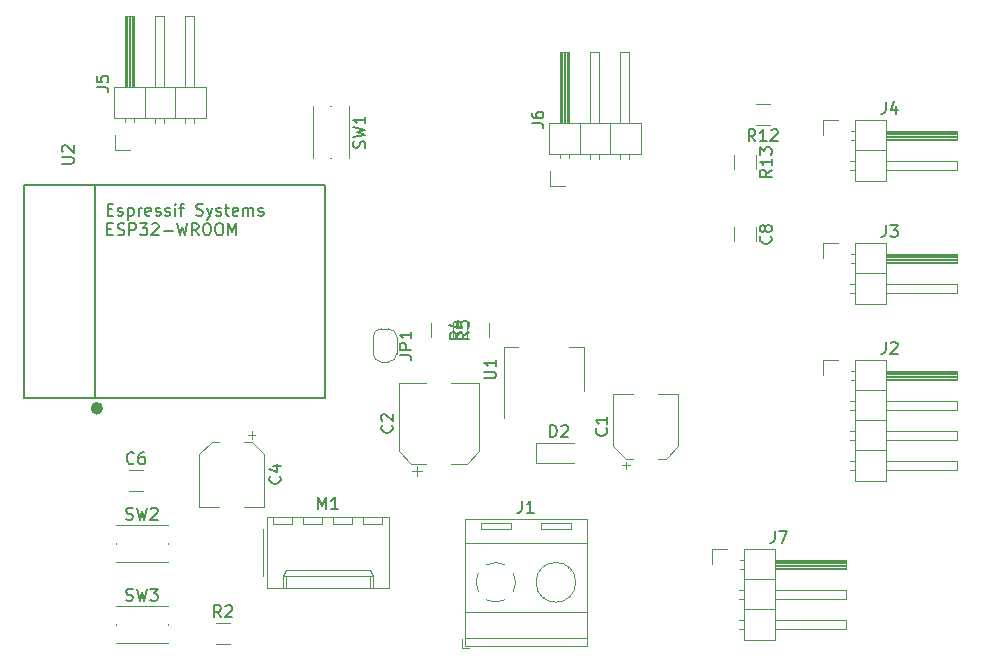
<source format=gto>
G04 #@! TF.GenerationSoftware,KiCad,Pcbnew,5.1.6-c6e7f7d~87~ubuntu20.04.1*
G04 #@! TF.CreationDate,2020-07-23T13:09:22+02:00*
G04 #@! TF.ProjectId,lotusble,6c6f7475-7362-46c6-952e-6b696361645f,rev?*
G04 #@! TF.SameCoordinates,Original*
G04 #@! TF.FileFunction,Legend,Top*
G04 #@! TF.FilePolarity,Positive*
%FSLAX46Y46*%
G04 Gerber Fmt 4.6, Leading zero omitted, Abs format (unit mm)*
G04 Created by KiCad (PCBNEW 5.1.6-c6e7f7d~87~ubuntu20.04.1) date 2020-07-23 13:09:22*
%MOMM*%
%LPD*%
G01*
G04 APERTURE LIST*
%ADD10C,0.120000*%
%ADD11C,0.150000*%
%ADD12C,0.500000*%
G04 APERTURE END LIST*
D10*
X69550000Y-124726000D02*
X70150000Y-124726000D01*
X69550000Y-123886000D02*
X69550000Y-124726000D01*
X78720000Y-114076000D02*
X78720000Y-114576000D01*
X76220000Y-114076000D02*
X76220000Y-114576000D01*
X76220000Y-114576000D02*
X78720000Y-114576000D01*
X76220000Y-114076000D02*
X78720000Y-114076000D01*
X76290000Y-120102000D02*
X76196000Y-120195000D01*
X78540000Y-117851000D02*
X78481000Y-117910000D01*
X76460000Y-120342000D02*
X76401000Y-120400000D01*
X78745000Y-118057000D02*
X78651000Y-118150000D01*
X73640000Y-114076000D02*
X73640000Y-114576000D01*
X71140000Y-114076000D02*
X71140000Y-114576000D01*
X71140000Y-114576000D02*
X73640000Y-114576000D01*
X71140000Y-114076000D02*
X73640000Y-114076000D01*
X80070000Y-113766000D02*
X80070000Y-124486000D01*
X69790000Y-113766000D02*
X69790000Y-124486000D01*
X69790000Y-124486000D02*
X80070000Y-124486000D01*
X69790000Y-113766000D02*
X80070000Y-113766000D01*
X69790000Y-115826000D02*
X80070000Y-115826000D01*
X69790000Y-121626000D02*
X80070000Y-121626000D01*
X69790000Y-123826000D02*
X80070000Y-123826000D01*
X79150000Y-119126000D02*
G75*
G03*
X79150000Y-119126000I-1680000J0D01*
G01*
X73178712Y-120609352D02*
G75*
G02*
X72390000Y-120806000I-788712J1483352D01*
G01*
X73873953Y-118336912D02*
G75*
G02*
X73874000Y-119915000I-1483953J-789088D01*
G01*
X71600912Y-117642047D02*
G75*
G02*
X73179000Y-117642000I789088J-1483953D01*
G01*
X70906047Y-119915088D02*
G75*
G02*
X70906000Y-118337000I1483953J789088D01*
G01*
X72419383Y-120806450D02*
G75*
G02*
X71601000Y-120610000I-29383J1680450D01*
G01*
D11*
X32462000Y-85488000D02*
X32462000Y-103488000D01*
X57962000Y-85488000D02*
X57962000Y-103488000D01*
X32462000Y-85488000D02*
X57962000Y-85488000D01*
X32462000Y-103488000D02*
X57962000Y-103488000D01*
X38462000Y-85488000D02*
X38462000Y-103488000D01*
D12*
X38891981Y-104394000D02*
G75*
G03*
X38891981Y-104394000I-283981J0D01*
G01*
D10*
X83092500Y-109230500D02*
X83717500Y-109230500D01*
X83405000Y-109543000D02*
X83405000Y-108918000D01*
X86785563Y-108678000D02*
X87850000Y-107613563D01*
X83394437Y-108678000D02*
X82330000Y-107613563D01*
X83394437Y-108678000D02*
X84030000Y-108678000D01*
X86785563Y-108678000D02*
X86150000Y-108678000D01*
X87850000Y-107613563D02*
X87850000Y-103158000D01*
X82330000Y-107613563D02*
X82330000Y-103158000D01*
X82330000Y-103158000D02*
X84030000Y-103158000D01*
X87850000Y-103158000D02*
X86150000Y-103158000D01*
X65322750Y-109707750D02*
X66110250Y-109707750D01*
X65716500Y-110101500D02*
X65716500Y-109314000D01*
X69909563Y-109074000D02*
X70974000Y-108009563D01*
X65218437Y-109074000D02*
X64154000Y-108009563D01*
X65218437Y-109074000D02*
X66504000Y-109074000D01*
X69909563Y-109074000D02*
X68624000Y-109074000D01*
X70974000Y-108009563D02*
X70974000Y-102254000D01*
X64154000Y-108009563D02*
X64154000Y-102254000D01*
X64154000Y-102254000D02*
X66504000Y-102254000D01*
X70974000Y-102254000D02*
X68624000Y-102254000D01*
X47278000Y-112742000D02*
X48978000Y-112742000D01*
X52798000Y-112742000D02*
X51098000Y-112742000D01*
X52798000Y-108286437D02*
X52798000Y-112742000D01*
X47278000Y-108286437D02*
X47278000Y-112742000D01*
X48342437Y-107222000D02*
X48978000Y-107222000D01*
X51733563Y-107222000D02*
X51098000Y-107222000D01*
X51733563Y-107222000D02*
X52798000Y-108286437D01*
X48342437Y-107222000D02*
X47278000Y-108286437D01*
X51723000Y-106357000D02*
X51723000Y-106982000D01*
X52035500Y-106669500D02*
X51410500Y-106669500D01*
X41307936Y-111400000D02*
X42512064Y-111400000D01*
X41307936Y-109580000D02*
X42512064Y-109580000D01*
X75824000Y-107354000D02*
X78974000Y-107354000D01*
X75824000Y-109054000D02*
X78974000Y-109054000D01*
X75824000Y-107354000D02*
X75824000Y-109054000D01*
X48673936Y-124354000D02*
X49878064Y-124354000D01*
X48673936Y-122534000D02*
X49878064Y-122534000D01*
X69956000Y-98392064D02*
X69956000Y-97187936D01*
X71776000Y-98392064D02*
X71776000Y-97187936D01*
X66908000Y-97187936D02*
X66908000Y-98392064D01*
X68728000Y-97187936D02*
X68728000Y-98392064D01*
X58370000Y-83226000D02*
X58470000Y-83226000D01*
X56870000Y-78826000D02*
X56870000Y-83226000D01*
X59970000Y-83226000D02*
X59970000Y-78826000D01*
X58370000Y-78826000D02*
X58470000Y-78826000D01*
X40218000Y-115874000D02*
X40218000Y-115774000D01*
X44618000Y-114274000D02*
X40218000Y-114274000D01*
X40218000Y-117374000D02*
X44618000Y-117374000D01*
X44618000Y-115874000D02*
X44618000Y-115774000D01*
X40218000Y-122732000D02*
X40218000Y-122632000D01*
X44618000Y-121132000D02*
X40218000Y-121132000D01*
X40218000Y-124232000D02*
X44618000Y-124232000D01*
X44618000Y-122732000D02*
X44618000Y-122632000D01*
X73044000Y-105192000D02*
X73044000Y-99182000D01*
X79864000Y-102942000D02*
X79864000Y-99182000D01*
X73044000Y-99182000D02*
X74304000Y-99182000D01*
X79864000Y-99182000D02*
X78604000Y-99182000D01*
X94382000Y-89059936D02*
X94382000Y-90264064D01*
X92562000Y-89059936D02*
X92562000Y-90264064D01*
X95598064Y-80412000D02*
X94393936Y-80412000D01*
X95598064Y-78592000D02*
X94393936Y-78592000D01*
X92562000Y-82963936D02*
X92562000Y-84168064D01*
X94382000Y-82963936D02*
X94382000Y-84168064D01*
X62776000Y-114156000D02*
X62776000Y-113556000D01*
X61176000Y-114156000D02*
X62776000Y-114156000D01*
X61176000Y-113556000D02*
X61176000Y-114156000D01*
X60236000Y-114156000D02*
X60236000Y-113556000D01*
X58636000Y-114156000D02*
X60236000Y-114156000D01*
X58636000Y-113556000D02*
X58636000Y-114156000D01*
X57696000Y-114156000D02*
X57696000Y-113556000D01*
X56096000Y-114156000D02*
X57696000Y-114156000D01*
X56096000Y-113556000D02*
X56096000Y-114156000D01*
X55156000Y-114156000D02*
X55156000Y-113556000D01*
X53556000Y-114156000D02*
X55156000Y-114156000D01*
X53556000Y-113556000D02*
X53556000Y-114156000D01*
X61726000Y-119576000D02*
X61726000Y-118576000D01*
X54606000Y-119576000D02*
X54606000Y-118576000D01*
X61726000Y-118046000D02*
X61976000Y-118576000D01*
X54606000Y-118046000D02*
X61726000Y-118046000D01*
X54356000Y-118576000D02*
X54606000Y-118046000D01*
X61976000Y-118576000D02*
X61976000Y-119576000D01*
X54356000Y-118576000D02*
X61976000Y-118576000D01*
X54356000Y-119576000D02*
X54356000Y-118576000D01*
X52686000Y-114586000D02*
X52686000Y-118586000D01*
X63356000Y-113556000D02*
X52976000Y-113556000D01*
X63356000Y-119576000D02*
X63356000Y-113556000D01*
X52976000Y-119576000D02*
X63356000Y-119576000D01*
X52976000Y-113556000D02*
X52976000Y-119576000D01*
X100076000Y-100330000D02*
X101346000Y-100330000D01*
X100076000Y-101600000D02*
X100076000Y-100330000D01*
X102388929Y-109600000D02*
X102786000Y-109600000D01*
X102388929Y-108840000D02*
X102786000Y-108840000D01*
X111446000Y-109600000D02*
X105446000Y-109600000D01*
X111446000Y-108840000D02*
X111446000Y-109600000D01*
X105446000Y-108840000D02*
X111446000Y-108840000D01*
X102786000Y-107950000D02*
X105446000Y-107950000D01*
X102388929Y-107060000D02*
X102786000Y-107060000D01*
X102388929Y-106300000D02*
X102786000Y-106300000D01*
X111446000Y-107060000D02*
X105446000Y-107060000D01*
X111446000Y-106300000D02*
X111446000Y-107060000D01*
X105446000Y-106300000D02*
X111446000Y-106300000D01*
X102786000Y-105410000D02*
X105446000Y-105410000D01*
X102388929Y-104520000D02*
X102786000Y-104520000D01*
X102388929Y-103760000D02*
X102786000Y-103760000D01*
X111446000Y-104520000D02*
X105446000Y-104520000D01*
X111446000Y-103760000D02*
X111446000Y-104520000D01*
X105446000Y-103760000D02*
X111446000Y-103760000D01*
X102786000Y-102870000D02*
X105446000Y-102870000D01*
X102456000Y-101980000D02*
X102786000Y-101980000D01*
X102456000Y-101220000D02*
X102786000Y-101220000D01*
X105446000Y-101880000D02*
X111446000Y-101880000D01*
X105446000Y-101760000D02*
X111446000Y-101760000D01*
X105446000Y-101640000D02*
X111446000Y-101640000D01*
X105446000Y-101520000D02*
X111446000Y-101520000D01*
X105446000Y-101400000D02*
X111446000Y-101400000D01*
X105446000Y-101280000D02*
X111446000Y-101280000D01*
X111446000Y-101980000D02*
X105446000Y-101980000D01*
X111446000Y-101220000D02*
X111446000Y-101980000D01*
X105446000Y-101220000D02*
X111446000Y-101220000D01*
X105446000Y-100270000D02*
X102786000Y-100270000D01*
X105446000Y-110550000D02*
X105446000Y-100270000D01*
X102786000Y-110550000D02*
X105446000Y-110550000D01*
X102786000Y-100270000D02*
X102786000Y-110550000D01*
X100076000Y-90424000D02*
X101346000Y-90424000D01*
X100076000Y-91694000D02*
X100076000Y-90424000D01*
X102388929Y-94614000D02*
X102786000Y-94614000D01*
X102388929Y-93854000D02*
X102786000Y-93854000D01*
X111446000Y-94614000D02*
X105446000Y-94614000D01*
X111446000Y-93854000D02*
X111446000Y-94614000D01*
X105446000Y-93854000D02*
X111446000Y-93854000D01*
X102786000Y-92964000D02*
X105446000Y-92964000D01*
X102456000Y-92074000D02*
X102786000Y-92074000D01*
X102456000Y-91314000D02*
X102786000Y-91314000D01*
X105446000Y-91974000D02*
X111446000Y-91974000D01*
X105446000Y-91854000D02*
X111446000Y-91854000D01*
X105446000Y-91734000D02*
X111446000Y-91734000D01*
X105446000Y-91614000D02*
X111446000Y-91614000D01*
X105446000Y-91494000D02*
X111446000Y-91494000D01*
X105446000Y-91374000D02*
X111446000Y-91374000D01*
X111446000Y-92074000D02*
X105446000Y-92074000D01*
X111446000Y-91314000D02*
X111446000Y-92074000D01*
X105446000Y-91314000D02*
X111446000Y-91314000D01*
X105446000Y-90364000D02*
X102786000Y-90364000D01*
X105446000Y-95564000D02*
X105446000Y-90364000D01*
X102786000Y-95564000D02*
X105446000Y-95564000D01*
X102786000Y-90364000D02*
X102786000Y-95564000D01*
X102786000Y-79950000D02*
X102786000Y-85150000D01*
X102786000Y-85150000D02*
X105446000Y-85150000D01*
X105446000Y-85150000D02*
X105446000Y-79950000D01*
X105446000Y-79950000D02*
X102786000Y-79950000D01*
X105446000Y-80900000D02*
X111446000Y-80900000D01*
X111446000Y-80900000D02*
X111446000Y-81660000D01*
X111446000Y-81660000D02*
X105446000Y-81660000D01*
X105446000Y-80960000D02*
X111446000Y-80960000D01*
X105446000Y-81080000D02*
X111446000Y-81080000D01*
X105446000Y-81200000D02*
X111446000Y-81200000D01*
X105446000Y-81320000D02*
X111446000Y-81320000D01*
X105446000Y-81440000D02*
X111446000Y-81440000D01*
X105446000Y-81560000D02*
X111446000Y-81560000D01*
X102456000Y-80900000D02*
X102786000Y-80900000D01*
X102456000Y-81660000D02*
X102786000Y-81660000D01*
X102786000Y-82550000D02*
X105446000Y-82550000D01*
X105446000Y-83440000D02*
X111446000Y-83440000D01*
X111446000Y-83440000D02*
X111446000Y-84200000D01*
X111446000Y-84200000D02*
X105446000Y-84200000D01*
X102388929Y-83440000D02*
X102786000Y-83440000D01*
X102388929Y-84200000D02*
X102786000Y-84200000D01*
X100076000Y-81280000D02*
X100076000Y-80010000D01*
X100076000Y-80010000D02*
X101346000Y-80010000D01*
X40072000Y-79840000D02*
X47812000Y-79840000D01*
X47812000Y-79840000D02*
X47812000Y-77180000D01*
X47812000Y-77180000D02*
X40072000Y-77180000D01*
X40072000Y-77180000D02*
X40072000Y-79840000D01*
X41022000Y-77180000D02*
X41022000Y-71180000D01*
X41022000Y-71180000D02*
X41782000Y-71180000D01*
X41782000Y-71180000D02*
X41782000Y-77180000D01*
X41082000Y-77180000D02*
X41082000Y-71180000D01*
X41202000Y-77180000D02*
X41202000Y-71180000D01*
X41322000Y-77180000D02*
X41322000Y-71180000D01*
X41442000Y-77180000D02*
X41442000Y-71180000D01*
X41562000Y-77180000D02*
X41562000Y-71180000D01*
X41682000Y-77180000D02*
X41682000Y-71180000D01*
X41022000Y-80170000D02*
X41022000Y-79840000D01*
X41782000Y-80170000D02*
X41782000Y-79840000D01*
X42672000Y-79840000D02*
X42672000Y-77180000D01*
X43562000Y-77180000D02*
X43562000Y-71180000D01*
X43562000Y-71180000D02*
X44322000Y-71180000D01*
X44322000Y-71180000D02*
X44322000Y-77180000D01*
X43562000Y-80237071D02*
X43562000Y-79840000D01*
X44322000Y-80237071D02*
X44322000Y-79840000D01*
X45212000Y-79840000D02*
X45212000Y-77180000D01*
X46102000Y-77180000D02*
X46102000Y-71180000D01*
X46102000Y-71180000D02*
X46862000Y-71180000D01*
X46862000Y-71180000D02*
X46862000Y-77180000D01*
X46102000Y-80237071D02*
X46102000Y-79840000D01*
X46862000Y-80237071D02*
X46862000Y-79840000D01*
X41402000Y-82550000D02*
X40132000Y-82550000D01*
X40132000Y-82550000D02*
X40132000Y-81280000D01*
X76902000Y-82888000D02*
X84642000Y-82888000D01*
X84642000Y-82888000D02*
X84642000Y-80228000D01*
X84642000Y-80228000D02*
X76902000Y-80228000D01*
X76902000Y-80228000D02*
X76902000Y-82888000D01*
X77852000Y-80228000D02*
X77852000Y-74228000D01*
X77852000Y-74228000D02*
X78612000Y-74228000D01*
X78612000Y-74228000D02*
X78612000Y-80228000D01*
X77912000Y-80228000D02*
X77912000Y-74228000D01*
X78032000Y-80228000D02*
X78032000Y-74228000D01*
X78152000Y-80228000D02*
X78152000Y-74228000D01*
X78272000Y-80228000D02*
X78272000Y-74228000D01*
X78392000Y-80228000D02*
X78392000Y-74228000D01*
X78512000Y-80228000D02*
X78512000Y-74228000D01*
X77852000Y-83218000D02*
X77852000Y-82888000D01*
X78612000Y-83218000D02*
X78612000Y-82888000D01*
X79502000Y-82888000D02*
X79502000Y-80228000D01*
X80392000Y-80228000D02*
X80392000Y-74228000D01*
X80392000Y-74228000D02*
X81152000Y-74228000D01*
X81152000Y-74228000D02*
X81152000Y-80228000D01*
X80392000Y-83285071D02*
X80392000Y-82888000D01*
X81152000Y-83285071D02*
X81152000Y-82888000D01*
X82042000Y-82888000D02*
X82042000Y-80228000D01*
X82932000Y-80228000D02*
X82932000Y-74228000D01*
X82932000Y-74228000D02*
X83692000Y-74228000D01*
X83692000Y-74228000D02*
X83692000Y-80228000D01*
X82932000Y-83285071D02*
X82932000Y-82888000D01*
X83692000Y-83285071D02*
X83692000Y-82888000D01*
X78232000Y-85598000D02*
X76962000Y-85598000D01*
X76962000Y-85598000D02*
X76962000Y-84328000D01*
X90678000Y-116332000D02*
X91948000Y-116332000D01*
X90678000Y-117602000D02*
X90678000Y-116332000D01*
X92990929Y-123062000D02*
X93388000Y-123062000D01*
X92990929Y-122302000D02*
X93388000Y-122302000D01*
X102048000Y-123062000D02*
X96048000Y-123062000D01*
X102048000Y-122302000D02*
X102048000Y-123062000D01*
X96048000Y-122302000D02*
X102048000Y-122302000D01*
X93388000Y-121412000D02*
X96048000Y-121412000D01*
X92990929Y-120522000D02*
X93388000Y-120522000D01*
X92990929Y-119762000D02*
X93388000Y-119762000D01*
X102048000Y-120522000D02*
X96048000Y-120522000D01*
X102048000Y-119762000D02*
X102048000Y-120522000D01*
X96048000Y-119762000D02*
X102048000Y-119762000D01*
X93388000Y-118872000D02*
X96048000Y-118872000D01*
X93058000Y-117982000D02*
X93388000Y-117982000D01*
X93058000Y-117222000D02*
X93388000Y-117222000D01*
X96048000Y-117882000D02*
X102048000Y-117882000D01*
X96048000Y-117762000D02*
X102048000Y-117762000D01*
X96048000Y-117642000D02*
X102048000Y-117642000D01*
X96048000Y-117522000D02*
X102048000Y-117522000D01*
X96048000Y-117402000D02*
X102048000Y-117402000D01*
X96048000Y-117282000D02*
X102048000Y-117282000D01*
X102048000Y-117982000D02*
X96048000Y-117982000D01*
X102048000Y-117222000D02*
X102048000Y-117982000D01*
X96048000Y-117222000D02*
X102048000Y-117222000D01*
X96048000Y-116272000D02*
X93388000Y-116272000D01*
X96048000Y-124012000D02*
X96048000Y-116272000D01*
X93388000Y-124012000D02*
X96048000Y-124012000D01*
X93388000Y-116272000D02*
X93388000Y-124012000D01*
X63992000Y-98360000D02*
X63992000Y-99760000D01*
X63292000Y-100460000D02*
X62692000Y-100460000D01*
X61992000Y-99760000D02*
X61992000Y-98360000D01*
X62692000Y-97660000D02*
X63292000Y-97660000D01*
X63992000Y-99760000D02*
G75*
G02*
X63292000Y-100460000I-700000J0D01*
G01*
X62692000Y-100460000D02*
G75*
G02*
X61992000Y-99760000I0J700000D01*
G01*
X61992000Y-98360000D02*
G75*
G02*
X62692000Y-97660000I700000J0D01*
G01*
X63292000Y-97660000D02*
G75*
G02*
X63992000Y-98360000I0J-700000D01*
G01*
D11*
X74596666Y-112218380D02*
X74596666Y-112932666D01*
X74549047Y-113075523D01*
X74453809Y-113170761D01*
X74310952Y-113218380D01*
X74215714Y-113218380D01*
X75596666Y-113218380D02*
X75025238Y-113218380D01*
X75310952Y-113218380D02*
X75310952Y-112218380D01*
X75215714Y-112361238D01*
X75120476Y-112456476D01*
X75025238Y-112504095D01*
X35647380Y-83692904D02*
X36456904Y-83692904D01*
X36552142Y-83645285D01*
X36599761Y-83597666D01*
X36647380Y-83502428D01*
X36647380Y-83311952D01*
X36599761Y-83216714D01*
X36552142Y-83169095D01*
X36456904Y-83121476D01*
X35647380Y-83121476D01*
X35742619Y-82692904D02*
X35695000Y-82645285D01*
X35647380Y-82550047D01*
X35647380Y-82311952D01*
X35695000Y-82216714D01*
X35742619Y-82169095D01*
X35837857Y-82121476D01*
X35933095Y-82121476D01*
X36075952Y-82169095D01*
X36647380Y-82740523D01*
X36647380Y-82121476D01*
X39529571Y-87558571D02*
X39862904Y-87558571D01*
X40005761Y-88082380D02*
X39529571Y-88082380D01*
X39529571Y-87082380D01*
X40005761Y-87082380D01*
X40386714Y-88034761D02*
X40481952Y-88082380D01*
X40672428Y-88082380D01*
X40767666Y-88034761D01*
X40815285Y-87939523D01*
X40815285Y-87891904D01*
X40767666Y-87796666D01*
X40672428Y-87749047D01*
X40529571Y-87749047D01*
X40434333Y-87701428D01*
X40386714Y-87606190D01*
X40386714Y-87558571D01*
X40434333Y-87463333D01*
X40529571Y-87415714D01*
X40672428Y-87415714D01*
X40767666Y-87463333D01*
X41243857Y-87415714D02*
X41243857Y-88415714D01*
X41243857Y-87463333D02*
X41339095Y-87415714D01*
X41529571Y-87415714D01*
X41624809Y-87463333D01*
X41672428Y-87510952D01*
X41720047Y-87606190D01*
X41720047Y-87891904D01*
X41672428Y-87987142D01*
X41624809Y-88034761D01*
X41529571Y-88082380D01*
X41339095Y-88082380D01*
X41243857Y-88034761D01*
X42148619Y-88082380D02*
X42148619Y-87415714D01*
X42148619Y-87606190D02*
X42196238Y-87510952D01*
X42243857Y-87463333D01*
X42339095Y-87415714D01*
X42434333Y-87415714D01*
X43148619Y-88034761D02*
X43053380Y-88082380D01*
X42862904Y-88082380D01*
X42767666Y-88034761D01*
X42720047Y-87939523D01*
X42720047Y-87558571D01*
X42767666Y-87463333D01*
X42862904Y-87415714D01*
X43053380Y-87415714D01*
X43148619Y-87463333D01*
X43196238Y-87558571D01*
X43196238Y-87653809D01*
X42720047Y-87749047D01*
X43577190Y-88034761D02*
X43672428Y-88082380D01*
X43862904Y-88082380D01*
X43958142Y-88034761D01*
X44005761Y-87939523D01*
X44005761Y-87891904D01*
X43958142Y-87796666D01*
X43862904Y-87749047D01*
X43720047Y-87749047D01*
X43624809Y-87701428D01*
X43577190Y-87606190D01*
X43577190Y-87558571D01*
X43624809Y-87463333D01*
X43720047Y-87415714D01*
X43862904Y-87415714D01*
X43958142Y-87463333D01*
X44386714Y-88034761D02*
X44481952Y-88082380D01*
X44672428Y-88082380D01*
X44767666Y-88034761D01*
X44815285Y-87939523D01*
X44815285Y-87891904D01*
X44767666Y-87796666D01*
X44672428Y-87749047D01*
X44529571Y-87749047D01*
X44434333Y-87701428D01*
X44386714Y-87606190D01*
X44386714Y-87558571D01*
X44434333Y-87463333D01*
X44529571Y-87415714D01*
X44672428Y-87415714D01*
X44767666Y-87463333D01*
X45243857Y-88082380D02*
X45243857Y-87415714D01*
X45243857Y-87082380D02*
X45196238Y-87130000D01*
X45243857Y-87177619D01*
X45291476Y-87130000D01*
X45243857Y-87082380D01*
X45243857Y-87177619D01*
X45577190Y-87415714D02*
X45958142Y-87415714D01*
X45720047Y-88082380D02*
X45720047Y-87225238D01*
X45767666Y-87130000D01*
X45862904Y-87082380D01*
X45958142Y-87082380D01*
X47005761Y-88034761D02*
X47148619Y-88082380D01*
X47386714Y-88082380D01*
X47481952Y-88034761D01*
X47529571Y-87987142D01*
X47577190Y-87891904D01*
X47577190Y-87796666D01*
X47529571Y-87701428D01*
X47481952Y-87653809D01*
X47386714Y-87606190D01*
X47196238Y-87558571D01*
X47100999Y-87510952D01*
X47053380Y-87463333D01*
X47005761Y-87368095D01*
X47005761Y-87272857D01*
X47053380Y-87177619D01*
X47100999Y-87130000D01*
X47196238Y-87082380D01*
X47434333Y-87082380D01*
X47577190Y-87130000D01*
X47910523Y-87415714D02*
X48148619Y-88082380D01*
X48386714Y-87415714D02*
X48148619Y-88082380D01*
X48053380Y-88320476D01*
X48005761Y-88368095D01*
X47910523Y-88415714D01*
X48720047Y-88034761D02*
X48815285Y-88082380D01*
X49005761Y-88082380D01*
X49100999Y-88034761D01*
X49148619Y-87939523D01*
X49148619Y-87891904D01*
X49100999Y-87796666D01*
X49005761Y-87749047D01*
X48862904Y-87749047D01*
X48767666Y-87701428D01*
X48720047Y-87606190D01*
X48720047Y-87558571D01*
X48767666Y-87463333D01*
X48862904Y-87415714D01*
X49005761Y-87415714D01*
X49100999Y-87463333D01*
X49434333Y-87415714D02*
X49815285Y-87415714D01*
X49577190Y-87082380D02*
X49577190Y-87939523D01*
X49624809Y-88034761D01*
X49720047Y-88082380D01*
X49815285Y-88082380D01*
X50529571Y-88034761D02*
X50434333Y-88082380D01*
X50243857Y-88082380D01*
X50148619Y-88034761D01*
X50100999Y-87939523D01*
X50100999Y-87558571D01*
X50148619Y-87463333D01*
X50243857Y-87415714D01*
X50434333Y-87415714D01*
X50529571Y-87463333D01*
X50577190Y-87558571D01*
X50577190Y-87653809D01*
X50100999Y-87749047D01*
X51005761Y-88082380D02*
X51005761Y-87415714D01*
X51005761Y-87510952D02*
X51053380Y-87463333D01*
X51148619Y-87415714D01*
X51291476Y-87415714D01*
X51386714Y-87463333D01*
X51434333Y-87558571D01*
X51434333Y-88082380D01*
X51434333Y-87558571D02*
X51481952Y-87463333D01*
X51577190Y-87415714D01*
X51720047Y-87415714D01*
X51815285Y-87463333D01*
X51862904Y-87558571D01*
X51862904Y-88082380D01*
X52291476Y-88034761D02*
X52386714Y-88082380D01*
X52577190Y-88082380D01*
X52672428Y-88034761D01*
X52720047Y-87939523D01*
X52720047Y-87891904D01*
X52672428Y-87796666D01*
X52577190Y-87749047D01*
X52434333Y-87749047D01*
X52339095Y-87701428D01*
X52291476Y-87606190D01*
X52291476Y-87558571D01*
X52339095Y-87463333D01*
X52434333Y-87415714D01*
X52577190Y-87415714D01*
X52672428Y-87463333D01*
X39505619Y-89209571D02*
X39838952Y-89209571D01*
X39981809Y-89733380D02*
X39505619Y-89733380D01*
X39505619Y-88733380D01*
X39981809Y-88733380D01*
X40362761Y-89685761D02*
X40505619Y-89733380D01*
X40743714Y-89733380D01*
X40838952Y-89685761D01*
X40886571Y-89638142D01*
X40934190Y-89542904D01*
X40934190Y-89447666D01*
X40886571Y-89352428D01*
X40838952Y-89304809D01*
X40743714Y-89257190D01*
X40553238Y-89209571D01*
X40458000Y-89161952D01*
X40410380Y-89114333D01*
X40362761Y-89019095D01*
X40362761Y-88923857D01*
X40410380Y-88828619D01*
X40458000Y-88781000D01*
X40553238Y-88733380D01*
X40791333Y-88733380D01*
X40934190Y-88781000D01*
X41362761Y-89733380D02*
X41362761Y-88733380D01*
X41743714Y-88733380D01*
X41838952Y-88781000D01*
X41886571Y-88828619D01*
X41934190Y-88923857D01*
X41934190Y-89066714D01*
X41886571Y-89161952D01*
X41838952Y-89209571D01*
X41743714Y-89257190D01*
X41362761Y-89257190D01*
X42267523Y-88733380D02*
X42886571Y-88733380D01*
X42553238Y-89114333D01*
X42696095Y-89114333D01*
X42791333Y-89161952D01*
X42838952Y-89209571D01*
X42886571Y-89304809D01*
X42886571Y-89542904D01*
X42838952Y-89638142D01*
X42791333Y-89685761D01*
X42696095Y-89733380D01*
X42410380Y-89733380D01*
X42315142Y-89685761D01*
X42267523Y-89638142D01*
X43267523Y-88828619D02*
X43315142Y-88781000D01*
X43410380Y-88733380D01*
X43648476Y-88733380D01*
X43743714Y-88781000D01*
X43791333Y-88828619D01*
X43838952Y-88923857D01*
X43838952Y-89019095D01*
X43791333Y-89161952D01*
X43219904Y-89733380D01*
X43838952Y-89733380D01*
X44267523Y-89352428D02*
X45029428Y-89352428D01*
X45410380Y-88733380D02*
X45648476Y-89733380D01*
X45838952Y-89019095D01*
X46029428Y-89733380D01*
X46267523Y-88733380D01*
X47219904Y-89733380D02*
X46886571Y-89257190D01*
X46648476Y-89733380D02*
X46648476Y-88733380D01*
X47029428Y-88733380D01*
X47124666Y-88781000D01*
X47172285Y-88828619D01*
X47219904Y-88923857D01*
X47219904Y-89066714D01*
X47172285Y-89161952D01*
X47124666Y-89209571D01*
X47029428Y-89257190D01*
X46648476Y-89257190D01*
X47838952Y-88733380D02*
X48029428Y-88733380D01*
X48124666Y-88781000D01*
X48219904Y-88876238D01*
X48267523Y-89066714D01*
X48267523Y-89400047D01*
X48219904Y-89590523D01*
X48124666Y-89685761D01*
X48029428Y-89733380D01*
X47838952Y-89733380D01*
X47743714Y-89685761D01*
X47648476Y-89590523D01*
X47600857Y-89400047D01*
X47600857Y-89066714D01*
X47648476Y-88876238D01*
X47743714Y-88781000D01*
X47838952Y-88733380D01*
X48886571Y-88733380D02*
X49077047Y-88733380D01*
X49172285Y-88781000D01*
X49267523Y-88876238D01*
X49315142Y-89066714D01*
X49315142Y-89400047D01*
X49267523Y-89590523D01*
X49172285Y-89685761D01*
X49077047Y-89733380D01*
X48886571Y-89733380D01*
X48791333Y-89685761D01*
X48696095Y-89590523D01*
X48648476Y-89400047D01*
X48648476Y-89066714D01*
X48696095Y-88876238D01*
X48791333Y-88781000D01*
X48886571Y-88733380D01*
X49743714Y-89733380D02*
X49743714Y-88733380D01*
X50077047Y-89447666D01*
X50410380Y-88733380D01*
X50410380Y-89733380D01*
X81747142Y-106084666D02*
X81794761Y-106132285D01*
X81842380Y-106275142D01*
X81842380Y-106370380D01*
X81794761Y-106513238D01*
X81699523Y-106608476D01*
X81604285Y-106656095D01*
X81413809Y-106703714D01*
X81270952Y-106703714D01*
X81080476Y-106656095D01*
X80985238Y-106608476D01*
X80890000Y-106513238D01*
X80842380Y-106370380D01*
X80842380Y-106275142D01*
X80890000Y-106132285D01*
X80937619Y-106084666D01*
X81842380Y-105132285D02*
X81842380Y-105703714D01*
X81842380Y-105418000D02*
X80842380Y-105418000D01*
X80985238Y-105513238D01*
X81080476Y-105608476D01*
X81128095Y-105703714D01*
X63571142Y-105830666D02*
X63618761Y-105878285D01*
X63666380Y-106021142D01*
X63666380Y-106116380D01*
X63618761Y-106259238D01*
X63523523Y-106354476D01*
X63428285Y-106402095D01*
X63237809Y-106449714D01*
X63094952Y-106449714D01*
X62904476Y-106402095D01*
X62809238Y-106354476D01*
X62714000Y-106259238D01*
X62666380Y-106116380D01*
X62666380Y-106021142D01*
X62714000Y-105878285D01*
X62761619Y-105830666D01*
X62761619Y-105449714D02*
X62714000Y-105402095D01*
X62666380Y-105306857D01*
X62666380Y-105068761D01*
X62714000Y-104973523D01*
X62761619Y-104925904D01*
X62856857Y-104878285D01*
X62952095Y-104878285D01*
X63094952Y-104925904D01*
X63666380Y-105497333D01*
X63666380Y-104878285D01*
X54095142Y-110148666D02*
X54142761Y-110196285D01*
X54190380Y-110339142D01*
X54190380Y-110434380D01*
X54142761Y-110577238D01*
X54047523Y-110672476D01*
X53952285Y-110720095D01*
X53761809Y-110767714D01*
X53618952Y-110767714D01*
X53428476Y-110720095D01*
X53333238Y-110672476D01*
X53238000Y-110577238D01*
X53190380Y-110434380D01*
X53190380Y-110339142D01*
X53238000Y-110196285D01*
X53285619Y-110148666D01*
X53523714Y-109291523D02*
X54190380Y-109291523D01*
X53142761Y-109529619D02*
X53857047Y-109767714D01*
X53857047Y-109148666D01*
X41743333Y-109027142D02*
X41695714Y-109074761D01*
X41552857Y-109122380D01*
X41457619Y-109122380D01*
X41314761Y-109074761D01*
X41219523Y-108979523D01*
X41171904Y-108884285D01*
X41124285Y-108693809D01*
X41124285Y-108550952D01*
X41171904Y-108360476D01*
X41219523Y-108265238D01*
X41314761Y-108170000D01*
X41457619Y-108122380D01*
X41552857Y-108122380D01*
X41695714Y-108170000D01*
X41743333Y-108217619D01*
X42600476Y-108122380D02*
X42410000Y-108122380D01*
X42314761Y-108170000D01*
X42267142Y-108217619D01*
X42171904Y-108360476D01*
X42124285Y-108550952D01*
X42124285Y-108931904D01*
X42171904Y-109027142D01*
X42219523Y-109074761D01*
X42314761Y-109122380D01*
X42505238Y-109122380D01*
X42600476Y-109074761D01*
X42648095Y-109027142D01*
X42695714Y-108931904D01*
X42695714Y-108693809D01*
X42648095Y-108598571D01*
X42600476Y-108550952D01*
X42505238Y-108503333D01*
X42314761Y-108503333D01*
X42219523Y-108550952D01*
X42171904Y-108598571D01*
X42124285Y-108693809D01*
X76985904Y-106806380D02*
X76985904Y-105806380D01*
X77224000Y-105806380D01*
X77366857Y-105854000D01*
X77462095Y-105949238D01*
X77509714Y-106044476D01*
X77557333Y-106234952D01*
X77557333Y-106377809D01*
X77509714Y-106568285D01*
X77462095Y-106663523D01*
X77366857Y-106758761D01*
X77224000Y-106806380D01*
X76985904Y-106806380D01*
X77938285Y-105901619D02*
X77985904Y-105854000D01*
X78081142Y-105806380D01*
X78319238Y-105806380D01*
X78414476Y-105854000D01*
X78462095Y-105901619D01*
X78509714Y-105996857D01*
X78509714Y-106092095D01*
X78462095Y-106234952D01*
X77890666Y-106806380D01*
X78509714Y-106806380D01*
X49109333Y-122076380D02*
X48776000Y-121600190D01*
X48537904Y-122076380D02*
X48537904Y-121076380D01*
X48918857Y-121076380D01*
X49014095Y-121124000D01*
X49061714Y-121171619D01*
X49109333Y-121266857D01*
X49109333Y-121409714D01*
X49061714Y-121504952D01*
X49014095Y-121552571D01*
X48918857Y-121600190D01*
X48537904Y-121600190D01*
X49490285Y-121171619D02*
X49537904Y-121124000D01*
X49633142Y-121076380D01*
X49871238Y-121076380D01*
X49966476Y-121124000D01*
X50014095Y-121171619D01*
X50061714Y-121266857D01*
X50061714Y-121362095D01*
X50014095Y-121504952D01*
X49442666Y-122076380D01*
X50061714Y-122076380D01*
X69498380Y-97956666D02*
X69022190Y-98290000D01*
X69498380Y-98528095D02*
X68498380Y-98528095D01*
X68498380Y-98147142D01*
X68546000Y-98051904D01*
X68593619Y-98004285D01*
X68688857Y-97956666D01*
X68831714Y-97956666D01*
X68926952Y-98004285D01*
X68974571Y-98051904D01*
X69022190Y-98147142D01*
X69022190Y-98528095D01*
X68831714Y-97099523D02*
X69498380Y-97099523D01*
X68450761Y-97337619D02*
X69165047Y-97575714D01*
X69165047Y-96956666D01*
X70090380Y-97956666D02*
X69614190Y-98290000D01*
X70090380Y-98528095D02*
X69090380Y-98528095D01*
X69090380Y-98147142D01*
X69138000Y-98051904D01*
X69185619Y-98004285D01*
X69280857Y-97956666D01*
X69423714Y-97956666D01*
X69518952Y-98004285D01*
X69566571Y-98051904D01*
X69614190Y-98147142D01*
X69614190Y-98528095D01*
X69090380Y-97051904D02*
X69090380Y-97528095D01*
X69566571Y-97575714D01*
X69518952Y-97528095D01*
X69471333Y-97432857D01*
X69471333Y-97194761D01*
X69518952Y-97099523D01*
X69566571Y-97051904D01*
X69661809Y-97004285D01*
X69899904Y-97004285D01*
X69995142Y-97051904D01*
X70042761Y-97099523D01*
X70090380Y-97194761D01*
X70090380Y-97432857D01*
X70042761Y-97528095D01*
X69995142Y-97575714D01*
X61274761Y-82359333D02*
X61322380Y-82216476D01*
X61322380Y-81978380D01*
X61274761Y-81883142D01*
X61227142Y-81835523D01*
X61131904Y-81787904D01*
X61036666Y-81787904D01*
X60941428Y-81835523D01*
X60893809Y-81883142D01*
X60846190Y-81978380D01*
X60798571Y-82168857D01*
X60750952Y-82264095D01*
X60703333Y-82311714D01*
X60608095Y-82359333D01*
X60512857Y-82359333D01*
X60417619Y-82311714D01*
X60370000Y-82264095D01*
X60322380Y-82168857D01*
X60322380Y-81930761D01*
X60370000Y-81787904D01*
X60322380Y-81454571D02*
X61322380Y-81216476D01*
X60608095Y-81026000D01*
X61322380Y-80835523D01*
X60322380Y-80597428D01*
X61322380Y-79692666D02*
X61322380Y-80264095D01*
X61322380Y-79978380D02*
X60322380Y-79978380D01*
X60465238Y-80073619D01*
X60560476Y-80168857D01*
X60608095Y-80264095D01*
X41084666Y-113778761D02*
X41227523Y-113826380D01*
X41465619Y-113826380D01*
X41560857Y-113778761D01*
X41608476Y-113731142D01*
X41656095Y-113635904D01*
X41656095Y-113540666D01*
X41608476Y-113445428D01*
X41560857Y-113397809D01*
X41465619Y-113350190D01*
X41275142Y-113302571D01*
X41179904Y-113254952D01*
X41132285Y-113207333D01*
X41084666Y-113112095D01*
X41084666Y-113016857D01*
X41132285Y-112921619D01*
X41179904Y-112874000D01*
X41275142Y-112826380D01*
X41513238Y-112826380D01*
X41656095Y-112874000D01*
X41989428Y-112826380D02*
X42227523Y-113826380D01*
X42418000Y-113112095D01*
X42608476Y-113826380D01*
X42846571Y-112826380D01*
X43179904Y-112921619D02*
X43227523Y-112874000D01*
X43322761Y-112826380D01*
X43560857Y-112826380D01*
X43656095Y-112874000D01*
X43703714Y-112921619D01*
X43751333Y-113016857D01*
X43751333Y-113112095D01*
X43703714Y-113254952D01*
X43132285Y-113826380D01*
X43751333Y-113826380D01*
X41084666Y-120636761D02*
X41227523Y-120684380D01*
X41465619Y-120684380D01*
X41560857Y-120636761D01*
X41608476Y-120589142D01*
X41656095Y-120493904D01*
X41656095Y-120398666D01*
X41608476Y-120303428D01*
X41560857Y-120255809D01*
X41465619Y-120208190D01*
X41275142Y-120160571D01*
X41179904Y-120112952D01*
X41132285Y-120065333D01*
X41084666Y-119970095D01*
X41084666Y-119874857D01*
X41132285Y-119779619D01*
X41179904Y-119732000D01*
X41275142Y-119684380D01*
X41513238Y-119684380D01*
X41656095Y-119732000D01*
X41989428Y-119684380D02*
X42227523Y-120684380D01*
X42418000Y-119970095D01*
X42608476Y-120684380D01*
X42846571Y-119684380D01*
X43132285Y-119684380D02*
X43751333Y-119684380D01*
X43418000Y-120065333D01*
X43560857Y-120065333D01*
X43656095Y-120112952D01*
X43703714Y-120160571D01*
X43751333Y-120255809D01*
X43751333Y-120493904D01*
X43703714Y-120589142D01*
X43656095Y-120636761D01*
X43560857Y-120684380D01*
X43275142Y-120684380D01*
X43179904Y-120636761D01*
X43132285Y-120589142D01*
X71406380Y-101853904D02*
X72215904Y-101853904D01*
X72311142Y-101806285D01*
X72358761Y-101758666D01*
X72406380Y-101663428D01*
X72406380Y-101472952D01*
X72358761Y-101377714D01*
X72311142Y-101330095D01*
X72215904Y-101282476D01*
X71406380Y-101282476D01*
X72406380Y-100282476D02*
X72406380Y-100853904D01*
X72406380Y-100568190D02*
X71406380Y-100568190D01*
X71549238Y-100663428D01*
X71644476Y-100758666D01*
X71692095Y-100853904D01*
X95649142Y-89828666D02*
X95696761Y-89876285D01*
X95744380Y-90019142D01*
X95744380Y-90114380D01*
X95696761Y-90257238D01*
X95601523Y-90352476D01*
X95506285Y-90400095D01*
X95315809Y-90447714D01*
X95172952Y-90447714D01*
X94982476Y-90400095D01*
X94887238Y-90352476D01*
X94792000Y-90257238D01*
X94744380Y-90114380D01*
X94744380Y-90019142D01*
X94792000Y-89876285D01*
X94839619Y-89828666D01*
X95172952Y-89257238D02*
X95125333Y-89352476D01*
X95077714Y-89400095D01*
X94982476Y-89447714D01*
X94934857Y-89447714D01*
X94839619Y-89400095D01*
X94792000Y-89352476D01*
X94744380Y-89257238D01*
X94744380Y-89066761D01*
X94792000Y-88971523D01*
X94839619Y-88923904D01*
X94934857Y-88876285D01*
X94982476Y-88876285D01*
X95077714Y-88923904D01*
X95125333Y-88971523D01*
X95172952Y-89066761D01*
X95172952Y-89257238D01*
X95220571Y-89352476D01*
X95268190Y-89400095D01*
X95363428Y-89447714D01*
X95553904Y-89447714D01*
X95649142Y-89400095D01*
X95696761Y-89352476D01*
X95744380Y-89257238D01*
X95744380Y-89066761D01*
X95696761Y-88971523D01*
X95649142Y-88923904D01*
X95553904Y-88876285D01*
X95363428Y-88876285D01*
X95268190Y-88923904D01*
X95220571Y-88971523D01*
X95172952Y-89066761D01*
X94353142Y-81774380D02*
X94019809Y-81298190D01*
X93781714Y-81774380D02*
X93781714Y-80774380D01*
X94162666Y-80774380D01*
X94257904Y-80822000D01*
X94305523Y-80869619D01*
X94353142Y-80964857D01*
X94353142Y-81107714D01*
X94305523Y-81202952D01*
X94257904Y-81250571D01*
X94162666Y-81298190D01*
X93781714Y-81298190D01*
X95305523Y-81774380D02*
X94734095Y-81774380D01*
X95019809Y-81774380D02*
X95019809Y-80774380D01*
X94924571Y-80917238D01*
X94829333Y-81012476D01*
X94734095Y-81060095D01*
X95686476Y-80869619D02*
X95734095Y-80822000D01*
X95829333Y-80774380D01*
X96067428Y-80774380D01*
X96162666Y-80822000D01*
X96210285Y-80869619D01*
X96257904Y-80964857D01*
X96257904Y-81060095D01*
X96210285Y-81202952D01*
X95638857Y-81774380D01*
X96257904Y-81774380D01*
X95744380Y-84208857D02*
X95268190Y-84542190D01*
X95744380Y-84780285D02*
X94744380Y-84780285D01*
X94744380Y-84399333D01*
X94792000Y-84304095D01*
X94839619Y-84256476D01*
X94934857Y-84208857D01*
X95077714Y-84208857D01*
X95172952Y-84256476D01*
X95220571Y-84304095D01*
X95268190Y-84399333D01*
X95268190Y-84780285D01*
X95744380Y-83256476D02*
X95744380Y-83827904D01*
X95744380Y-83542190D02*
X94744380Y-83542190D01*
X94887238Y-83637428D01*
X94982476Y-83732666D01*
X95030095Y-83827904D01*
X94744380Y-82923142D02*
X94744380Y-82304095D01*
X95125333Y-82637428D01*
X95125333Y-82494571D01*
X95172952Y-82399333D01*
X95220571Y-82351714D01*
X95315809Y-82304095D01*
X95553904Y-82304095D01*
X95649142Y-82351714D01*
X95696761Y-82399333D01*
X95744380Y-82494571D01*
X95744380Y-82780285D01*
X95696761Y-82875523D01*
X95649142Y-82923142D01*
X57356476Y-112918380D02*
X57356476Y-111918380D01*
X57689809Y-112632666D01*
X58023142Y-111918380D01*
X58023142Y-112918380D01*
X59023142Y-112918380D02*
X58451714Y-112918380D01*
X58737428Y-112918380D02*
X58737428Y-111918380D01*
X58642190Y-112061238D01*
X58546952Y-112156476D01*
X58451714Y-112204095D01*
X105397666Y-98782380D02*
X105397666Y-99496666D01*
X105350047Y-99639523D01*
X105254809Y-99734761D01*
X105111952Y-99782380D01*
X105016714Y-99782380D01*
X105826238Y-98877619D02*
X105873857Y-98830000D01*
X105969095Y-98782380D01*
X106207190Y-98782380D01*
X106302428Y-98830000D01*
X106350047Y-98877619D01*
X106397666Y-98972857D01*
X106397666Y-99068095D01*
X106350047Y-99210952D01*
X105778619Y-99782380D01*
X106397666Y-99782380D01*
X105397666Y-88876380D02*
X105397666Y-89590666D01*
X105350047Y-89733523D01*
X105254809Y-89828761D01*
X105111952Y-89876380D01*
X105016714Y-89876380D01*
X105778619Y-88876380D02*
X106397666Y-88876380D01*
X106064333Y-89257333D01*
X106207190Y-89257333D01*
X106302428Y-89304952D01*
X106350047Y-89352571D01*
X106397666Y-89447809D01*
X106397666Y-89685904D01*
X106350047Y-89781142D01*
X106302428Y-89828761D01*
X106207190Y-89876380D01*
X105921476Y-89876380D01*
X105826238Y-89828761D01*
X105778619Y-89781142D01*
X105397666Y-78462380D02*
X105397666Y-79176666D01*
X105350047Y-79319523D01*
X105254809Y-79414761D01*
X105111952Y-79462380D01*
X105016714Y-79462380D01*
X106302428Y-78795714D02*
X106302428Y-79462380D01*
X106064333Y-78414761D02*
X105826238Y-79129047D01*
X106445285Y-79129047D01*
X38584380Y-77228333D02*
X39298666Y-77228333D01*
X39441523Y-77275952D01*
X39536761Y-77371190D01*
X39584380Y-77514047D01*
X39584380Y-77609285D01*
X38584380Y-76275952D02*
X38584380Y-76752142D01*
X39060571Y-76799761D01*
X39012952Y-76752142D01*
X38965333Y-76656904D01*
X38965333Y-76418809D01*
X39012952Y-76323571D01*
X39060571Y-76275952D01*
X39155809Y-76228333D01*
X39393904Y-76228333D01*
X39489142Y-76275952D01*
X39536761Y-76323571D01*
X39584380Y-76418809D01*
X39584380Y-76656904D01*
X39536761Y-76752142D01*
X39489142Y-76799761D01*
X75414380Y-80276333D02*
X76128666Y-80276333D01*
X76271523Y-80323952D01*
X76366761Y-80419190D01*
X76414380Y-80562047D01*
X76414380Y-80657285D01*
X75414380Y-79371571D02*
X75414380Y-79562047D01*
X75462000Y-79657285D01*
X75509619Y-79704904D01*
X75652476Y-79800142D01*
X75842952Y-79847761D01*
X76223904Y-79847761D01*
X76319142Y-79800142D01*
X76366761Y-79752523D01*
X76414380Y-79657285D01*
X76414380Y-79466809D01*
X76366761Y-79371571D01*
X76319142Y-79323952D01*
X76223904Y-79276333D01*
X75985809Y-79276333D01*
X75890571Y-79323952D01*
X75842952Y-79371571D01*
X75795333Y-79466809D01*
X75795333Y-79657285D01*
X75842952Y-79752523D01*
X75890571Y-79800142D01*
X75985809Y-79847761D01*
X95999666Y-114784380D02*
X95999666Y-115498666D01*
X95952047Y-115641523D01*
X95856809Y-115736761D01*
X95713952Y-115784380D01*
X95618714Y-115784380D01*
X96380619Y-114784380D02*
X97047285Y-114784380D01*
X96618714Y-115784380D01*
X64244380Y-99893333D02*
X64958666Y-99893333D01*
X65101523Y-99940952D01*
X65196761Y-100036190D01*
X65244380Y-100179047D01*
X65244380Y-100274285D01*
X65244380Y-99417142D02*
X64244380Y-99417142D01*
X64244380Y-99036190D01*
X64292000Y-98940952D01*
X64339619Y-98893333D01*
X64434857Y-98845714D01*
X64577714Y-98845714D01*
X64672952Y-98893333D01*
X64720571Y-98940952D01*
X64768190Y-99036190D01*
X64768190Y-99417142D01*
X65244380Y-97893333D02*
X65244380Y-98464761D01*
X65244380Y-98179047D02*
X64244380Y-98179047D01*
X64387238Y-98274285D01*
X64482476Y-98369523D01*
X64530095Y-98464761D01*
M02*

</source>
